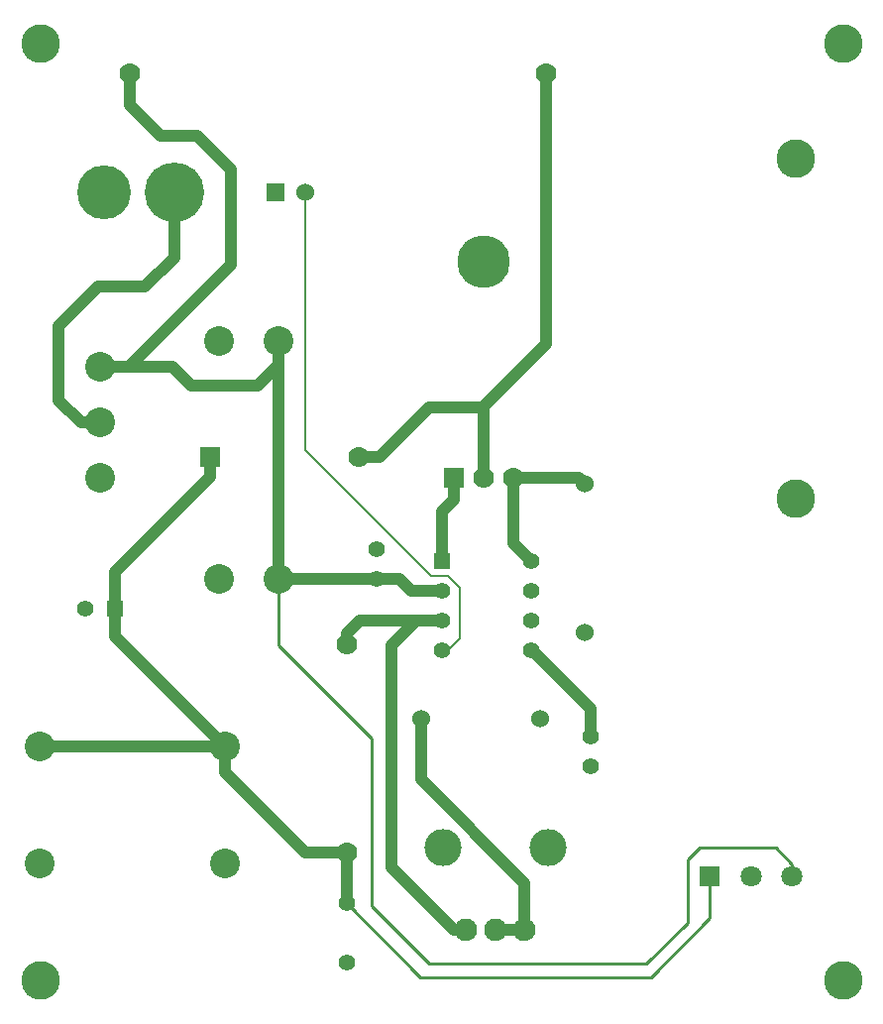
<source format=gtl>
G04 (created by PCBNEW (2013-jul-07)-stable) date Mon 24 Dec 2018 12:48:21 PM PST*
%MOIN*%
G04 Gerber Fmt 3.4, Leading zero omitted, Abs format*
%FSLAX34Y34*%
G01*
G70*
G90*
G04 APERTURE LIST*
%ADD10C,0.00590551*%
%ADD11C,0.1*%
%ADD12R,0.06X0.06*%
%ADD13C,0.06*%
%ADD14R,0.055X0.055*%
%ADD15C,0.055*%
%ADD16C,0.2*%
%ADD17C,0.1811*%
%ADD18C,0.13*%
%ADD19C,0.07*%
%ADD20R,0.07X0.07*%
%ADD21C,0.1772*%
%ADD22C,0.076*%
%ADD23C,0.125*%
%ADD24C,0.0709*%
%ADD25R,0.0709X0.0709*%
%ADD26C,0.01*%
%ADD27C,0.04*%
%ADD28C,0.008*%
G04 APERTURE END LIST*
G54D10*
G54D11*
X37000Y-43380D03*
X37000Y-45250D03*
X37000Y-47120D03*
G54D12*
X42900Y-37500D03*
G54D13*
X43900Y-37500D03*
G54D14*
X48500Y-49900D03*
G54D15*
X48500Y-50900D03*
X48500Y-51900D03*
X48500Y-52900D03*
X51500Y-52900D03*
X51500Y-51900D03*
X51500Y-50900D03*
X51500Y-49900D03*
G54D16*
X39500Y-37500D03*
G54D17*
X37138Y-37500D03*
G54D11*
X43000Y-50500D03*
X41000Y-50500D03*
X43000Y-42500D03*
X41000Y-42500D03*
G54D15*
X45300Y-61400D03*
X45300Y-63400D03*
G54D14*
X37500Y-51500D03*
G54D15*
X36500Y-51500D03*
X46300Y-50500D03*
X46300Y-49500D03*
X53500Y-55800D03*
X53500Y-56800D03*
G54D18*
X62000Y-64000D03*
X62000Y-32500D03*
X35000Y-32500D03*
G54D13*
X47800Y-55200D03*
X51800Y-55200D03*
G54D19*
X45700Y-46400D03*
G54D20*
X40700Y-46400D03*
G54D19*
X45300Y-59700D03*
X45300Y-52700D03*
G54D13*
X53300Y-47300D03*
X53300Y-52300D03*
G54D19*
X52000Y-33500D03*
X38000Y-33500D03*
G54D11*
X34990Y-56131D03*
X41210Y-56131D03*
X34990Y-60069D03*
X41210Y-60069D03*
G54D20*
X48900Y-47100D03*
G54D19*
X49900Y-47100D03*
X50900Y-47100D03*
G54D21*
X49900Y-39848D03*
G54D22*
X49316Y-62300D03*
X50300Y-62300D03*
X51284Y-62300D03*
G54D23*
X48528Y-59544D03*
X52072Y-59544D03*
G54D18*
X35000Y-64000D03*
G54D24*
X58900Y-60500D03*
G54D25*
X57522Y-60500D03*
G54D24*
X60278Y-60500D03*
G54D18*
X60400Y-36385D03*
X60400Y-47815D03*
G54D26*
X45300Y-61400D02*
X45300Y-61420D01*
X57522Y-61918D02*
X57522Y-60500D01*
X55530Y-63910D02*
X57522Y-61918D01*
X47790Y-63910D02*
X55530Y-63910D01*
X45300Y-61420D02*
X47790Y-63910D01*
G54D27*
X45300Y-59700D02*
X45300Y-61400D01*
X41210Y-56131D02*
X41210Y-56990D01*
X43920Y-59700D02*
X45300Y-59700D01*
X41210Y-56990D02*
X43920Y-59700D01*
X34990Y-56131D02*
X41210Y-56131D01*
X41210Y-56131D02*
X37500Y-52421D01*
X37500Y-52421D02*
X37500Y-51500D01*
X37500Y-51500D02*
X37500Y-50270D01*
X40700Y-47070D02*
X40700Y-46400D01*
X37500Y-50270D02*
X40700Y-47070D01*
X39500Y-37500D02*
X39500Y-39700D01*
X36360Y-45250D02*
X37000Y-45250D01*
X35610Y-44500D02*
X36360Y-45250D01*
X35610Y-42000D02*
X35610Y-44500D01*
X36930Y-40680D02*
X35610Y-42000D01*
X38520Y-40680D02*
X36930Y-40680D01*
X39500Y-39700D02*
X38520Y-40680D01*
G54D26*
X60278Y-60500D02*
X60278Y-60098D01*
X43000Y-52730D02*
X43000Y-50500D01*
X46130Y-55860D02*
X43000Y-52730D01*
X46130Y-61490D02*
X46130Y-55860D01*
X48090Y-63450D02*
X46130Y-61490D01*
X55370Y-63450D02*
X48090Y-63450D01*
X56760Y-62060D02*
X55370Y-63450D01*
X56760Y-59950D02*
X56760Y-62060D01*
X57160Y-59550D02*
X56760Y-59950D01*
X59730Y-59550D02*
X57160Y-59550D01*
X60278Y-60098D02*
X59730Y-59550D01*
G54D27*
X43000Y-50500D02*
X46300Y-50500D01*
X48500Y-50900D02*
X47480Y-50900D01*
X47480Y-50900D02*
X47080Y-50500D01*
X47080Y-50500D02*
X46300Y-50500D01*
X43000Y-42500D02*
X43000Y-50500D01*
X37950Y-43380D02*
X39440Y-43380D01*
X43000Y-43320D02*
X43000Y-42500D01*
X42320Y-44000D02*
X43000Y-43320D01*
X40060Y-44000D02*
X42320Y-44000D01*
X39440Y-43380D02*
X40060Y-44000D01*
X38000Y-33500D02*
X38000Y-34560D01*
X37960Y-43380D02*
X37950Y-43380D01*
X37950Y-43380D02*
X37000Y-43380D01*
X41400Y-39940D02*
X37960Y-43380D01*
X41400Y-36750D02*
X41400Y-39940D01*
X40260Y-35610D02*
X41400Y-36750D01*
X39050Y-35610D02*
X40260Y-35610D01*
X38000Y-34560D02*
X39050Y-35610D01*
G54D28*
X48500Y-52900D02*
X48710Y-52900D01*
X43900Y-46160D02*
X43900Y-37500D01*
X48140Y-50400D02*
X43900Y-46160D01*
X48700Y-50400D02*
X48140Y-50400D01*
X49110Y-50810D02*
X48700Y-50400D01*
X49110Y-52500D02*
X49110Y-50810D01*
X48710Y-52900D02*
X49110Y-52500D01*
G54D27*
X45700Y-46400D02*
X46410Y-46400D01*
X48070Y-44740D02*
X49900Y-44740D01*
X46410Y-46400D02*
X48070Y-44740D01*
X52000Y-33500D02*
X52000Y-42610D01*
X49900Y-44710D02*
X49900Y-44740D01*
X49900Y-44740D02*
X49900Y-47100D01*
X52000Y-42610D02*
X49900Y-44710D01*
X49316Y-62300D02*
X48900Y-62300D01*
X46800Y-52750D02*
X47650Y-51900D01*
X46800Y-60200D02*
X46800Y-52750D01*
X48900Y-62300D02*
X46800Y-60200D01*
X45300Y-52700D02*
X45300Y-52330D01*
X45730Y-51900D02*
X47650Y-51900D01*
X47650Y-51900D02*
X48500Y-51900D01*
X45300Y-52330D02*
X45730Y-51900D01*
X50300Y-62300D02*
X51284Y-62300D01*
X51284Y-62300D02*
X51284Y-60724D01*
X47800Y-57240D02*
X47800Y-55200D01*
X51284Y-60724D02*
X47800Y-57240D01*
X50900Y-47100D02*
X53100Y-47100D01*
X53100Y-47100D02*
X53300Y-47300D01*
X50900Y-47100D02*
X50900Y-49300D01*
X50900Y-49300D02*
X51500Y-49900D01*
X51500Y-52900D02*
X51540Y-52900D01*
X53500Y-54860D02*
X53500Y-55800D01*
X51540Y-52900D02*
X53500Y-54860D01*
X48500Y-49900D02*
X48500Y-48240D01*
X48900Y-47840D02*
X48900Y-47100D01*
X48500Y-48240D02*
X48900Y-47840D01*
M02*

</source>
